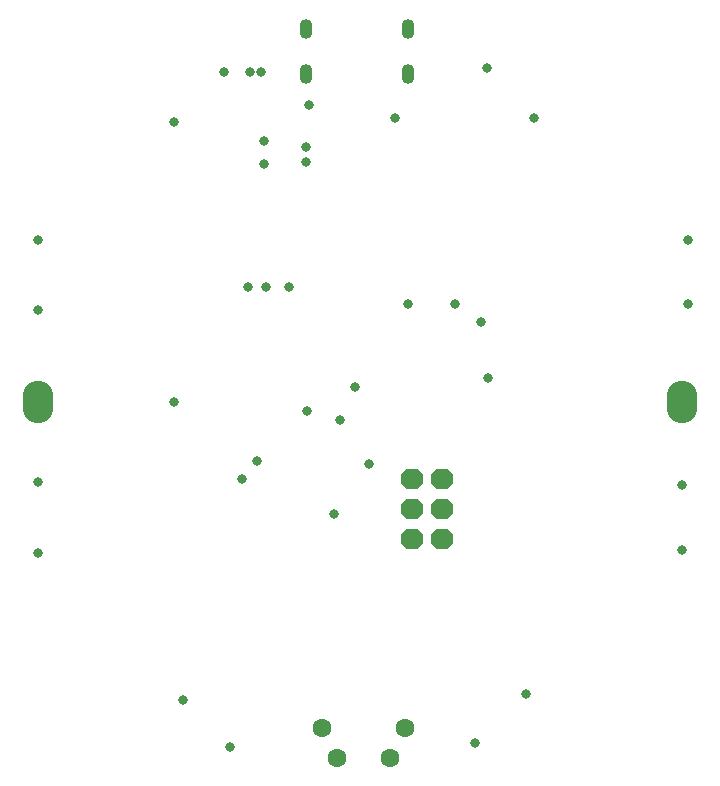
<source format=gbs>
G04*
G04 #@! TF.GenerationSoftware,Altium Limited,Altium Designer,19.1.8 (144)*
G04*
G04 Layer_Color=16711935*
%FSLAX25Y25*%
%MOIN*%
G70*
G01*
G75*
%ADD19O,0.04331X0.06693*%
G04:AMPARAMS|DCode=42|XSize=102.36mil|YSize=141.73mil|CornerRadius=51.18mil|HoleSize=0mil|Usage=FLASHONLY|Rotation=0.000|XOffset=0mil|YOffset=0mil|HoleType=Round|Shape=RoundedRectangle|*
%AMROUNDEDRECTD42*
21,1,0.10236,0.03937,0,0,0.0*
21,1,0.00000,0.14173,0,0,0.0*
1,1,0.10236,0.00000,-0.01968*
1,1,0.10236,0.00000,-0.01968*
1,1,0.10236,0.00000,0.01968*
1,1,0.10236,0.00000,0.01968*
%
%ADD42ROUNDEDRECTD42*%
G04:AMPARAMS|DCode=43|XSize=63.94mil|YSize=73.94mil|CornerRadius=0mil|HoleSize=0mil|Usage=FLASHONLY|Rotation=270.000|XOffset=0mil|YOffset=0mil|HoleType=Round|Shape=Octagon|*
%AMOCTAGOND43*
4,1,8,0.03697,0.01598,0.03697,-0.01598,0.02098,-0.03197,-0.02098,-0.03197,-0.03697,-0.01598,-0.03697,0.01598,-0.02098,0.03197,0.02098,0.03197,0.03697,0.01598,0.0*
%
%ADD43OCTAGOND43*%

%ADD44C,0.06299*%
%ADD45C,0.03150*%
D19*
X56378Y241299D02*
D03*
X22362D02*
D03*
Y256260D02*
D03*
X56378D02*
D03*
D42*
X147638Y131890D02*
D03*
X-66929D02*
D03*
D43*
X67698Y86360D02*
D03*
X57698D02*
D03*
X67698Y96360D02*
D03*
X57698D02*
D03*
X67698Y106360D02*
D03*
X57698D02*
D03*
D44*
X27559Y23130D02*
D03*
X55118D02*
D03*
X32480Y13287D02*
D03*
X50197D02*
D03*
D45*
X149606Y186024D02*
D03*
Y164608D02*
D03*
X98425Y226716D02*
D03*
X82677Y243110D02*
D03*
X-21654Y225394D02*
D03*
X-4921Y241929D02*
D03*
X95472Y34449D02*
D03*
X78740Y18108D02*
D03*
X147638Y104331D02*
D03*
Y82677D02*
D03*
X-66929Y162402D02*
D03*
Y186024D02*
D03*
Y105315D02*
D03*
Y81693D02*
D03*
X-18701Y32480D02*
D03*
X-2953Y16732D02*
D03*
X23346Y230746D02*
D03*
X71856Y164608D02*
D03*
X56378D02*
D03*
X38701Y136811D02*
D03*
X5906Y112205D02*
D03*
X984Y106299D02*
D03*
X8928Y170276D02*
D03*
X2870D02*
D03*
X82968Y140009D02*
D03*
X52027Y226716D02*
D03*
X8123Y211117D02*
D03*
X80709Y158465D02*
D03*
X31496Y94488D02*
D03*
X8123Y219029D02*
D03*
X-21654Y131890D02*
D03*
X16732Y170276D02*
D03*
X33465Y125785D02*
D03*
X7382Y241929D02*
D03*
X3543Y241929D02*
D03*
X22362Y211926D02*
D03*
Y216784D02*
D03*
X43307Y111221D02*
D03*
X22638Y128737D02*
D03*
M02*

</source>
